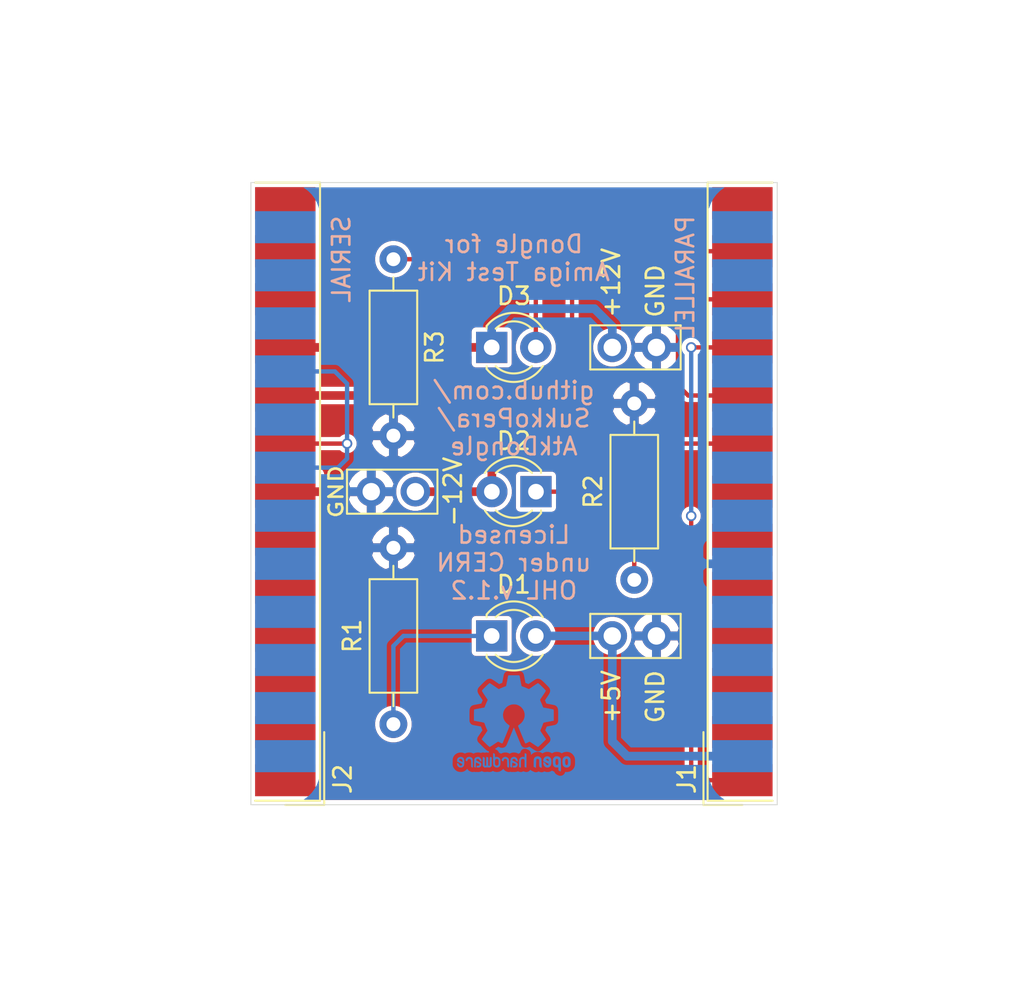
<source format=kicad_pcb>
(kicad_pcb (version 20171130) (host pcbnew 5.1.5)
  (layers (0 F.Cu signal) (31 B.Cu signal) (36 B.SilkS user) (37 F.SilkS user) (38 B.Mask user) (39 F.Mask user) (44 Edge.Cuts user))
  (net 0 "")
  (net 1 "Net-(D1-Pad1)")
  (net 2 "Net-(D2-Pad1)")
  (net 3 "Net-(D3-Pad2)")
  (net 4 "Net-(J1-Pad1)")
  (net 5 "Net-(J1-Pad2)")
  (net 6 "Net-(J1-Pad4)")
  (net 7 "Net-(J1-Pad6)")
  (net 8 "Net-(J1-Pad12)")
  (net 9 "Net-(J1-Pad11)")
  (net 10 "Net-(J2-Pad2)")
  (net 11 "Net-(J2-Pad4)")
  (net 12 "Net-(J2-Pad20)")
  (net 13 +5V)
  (net 14 +12V)
  (net 15 -12V)
  (net 16 GND)
  (module AtkDongle:PinHeader_1x02_P2.54mm_Vertical (layer F.Cu) (at 124.9978 112.831 270)
    (fp_text reference P1 hide)
    (fp_text value +5V)
    (fp_line (start -1.27 -1.397) (end 1.27 -1.397) (layer F.SilkS) (width 0.12))
    (fp_line (start 1.27 -1.397) (end 1.27 3.81) (layer F.SilkS) (width 0.12))
    (fp_line (start -1.27 -1.397) (end -1.27 3.81) (layer F.SilkS) (width 0.12))
    (fp_line (start -1.27 3.81) (end 1.27 3.81) (layer F.SilkS) (width 0.12))
    (pad 2 thru_hole oval (at 0 2.54 270) (size 1.7 1.7) (drill 1) (layers *.Cu *.Mask) (net 13 +5V))
    (pad 1 thru_hole circle (at 0 0 315) (size 1.7 1.7) (drill 1) (layers *.Cu *.Mask) (net 16 GND))
  )
  (module AtkDongle:PinHeader_1x02_P2.54mm_Vertical (layer F.Cu) (at 108.580599 104.521 90)
    (fp_text reference P2 hide)
    (fp_text value +12V)
    (fp_line (start -1.27 -1.397) (end 1.27 -1.397) (layer F.SilkS) (width 0.12))
    (fp_line (start 1.27 -1.397) (end 1.27 3.81) (layer F.SilkS) (width 0.12))
    (fp_line (start -1.27 -1.397) (end -1.27 3.81) (layer F.SilkS) (width 0.12))
    (fp_line (start -1.27 3.81) (end 1.27 3.81) (layer F.SilkS) (width 0.12))
    (pad 2 thru_hole oval (at 0 2.54 90) (size 1.7 1.7) (drill 1) (layers *.Cu *.Mask) (net 14 +12V))
    (pad 1 thru_hole circle (at 0 0 135) (size 1.7 1.7) (drill 1) (layers *.Cu *.Mask) (net 16 GND))
  )
  (module AtkDongle:PinHeader_1x02_P2.54mm_Vertical (layer F.Cu) (at 124.9978 96.211 270)
    (fp_text reference P3 hide)
    (fp_text value -12V)
    (fp_line (start -1.27 -1.397) (end 1.27 -1.397) (layer F.SilkS) (width 0.12))
    (fp_line (start 1.27 -1.397) (end 1.27 3.81) (layer F.SilkS) (width 0.12))
    (fp_line (start -1.27 -1.397) (end -1.27 3.81) (layer F.SilkS) (width 0.12))
    (fp_line (start -1.27 3.81) (end 1.27 3.81) (layer F.SilkS) (width 0.12))
    (pad 2 thru_hole oval (at 0 2.54 270) (size 1.7 1.7) (drill 1) (layers *.Cu *.Mask) (net 15 -12V))
    (pad 1 thru_hole circle (at 0 0 315) (size 1.7 1.7) (drill 1) (layers *.Cu *.Mask) (net 16 GND))
  )
  (module LED_THT:LED_D3.0mm (layer F.Cu) (at 115.5142 112.831)
    (fp_text reference D1 (at 1.275 -2.96) (layer F.SilkS))
    (fp_text value LED)
    (fp_arc (start 1.27 0) (end -0.29 -1.235516) (angle 108.8) (layer F.SilkS) (width 0.12))
    (fp_arc (start 1.27 0) (end -0.29 1.235516) (angle -108.8) (layer F.SilkS) (width 0.12))
    (fp_arc (start 1.27 0) (end 0.229039 -1.08) (angle 87.9) (layer F.SilkS) (width 0.12))
    (fp_arc (start 1.27 0) (end 0.229039 1.08) (angle -87.9) (layer F.SilkS) (width 0.12))
    (fp_line (start -0.29 -1.236) (end -0.29 -1.08) (layer F.SilkS) (width 0.12))
    (fp_line (start -0.29 1.08) (end -0.29 1.236) (layer F.SilkS) (width 0.12))
    (pad 1 thru_hole rect (at 0 0) (size 1.8 1.8) (drill 0.9) (layers *.Cu *.Mask) (net 1 "Net-(D1-Pad1)"))
    (pad 2 thru_hole circle (at 2.54 0) (size 1.8 1.8) (drill 0.9) (layers *.Cu *.Mask) (net 13 +5V))
  )
  (module LED_THT:LED_D3.0mm (layer F.Cu) (at 118.0642 104.521 180)
    (fp_text reference D2 (at 1.275 2.921) (layer F.SilkS))
    (fp_text value LED)
    (fp_line (start -0.29 1.08) (end -0.29 1.236) (layer F.SilkS) (width 0.12))
    (fp_line (start -0.29 -1.236) (end -0.29 -1.08) (layer F.SilkS) (width 0.12))
    (fp_arc (start 1.27 0) (end 0.229039 1.08) (angle -87.9) (layer F.SilkS) (width 0.12))
    (fp_arc (start 1.27 0) (end 0.229039 -1.08) (angle 87.9) (layer F.SilkS) (width 0.12))
    (fp_arc (start 1.27 0) (end -0.29 1.235516) (angle -108.8) (layer F.SilkS) (width 0.12))
    (fp_arc (start 1.27 0) (end -0.29 -1.235516) (angle 108.8) (layer F.SilkS) (width 0.12))
    (pad 2 thru_hole circle (at 2.54 0 180) (size 1.8 1.8) (drill 0.9) (layers *.Cu *.Mask) (net 14 +12V))
    (pad 1 thru_hole rect (at 0 0 180) (size 1.8 1.8) (drill 0.9) (layers *.Cu *.Mask) (net 2 "Net-(D2-Pad1)"))
  )
  (module LED_THT:LED_D3.0mm (layer F.Cu) (at 115.5142 96.211)
    (fp_text reference D3 (at 1.275 -2.96) (layer F.SilkS))
    (fp_text value LED)
    (fp_arc (start 1.27 0) (end -0.29 -1.235516) (angle 108.8) (layer F.SilkS) (width 0.12))
    (fp_arc (start 1.27 0) (end -0.29 1.235516) (angle -108.8) (layer F.SilkS) (width 0.12))
    (fp_arc (start 1.27 0) (end 0.229039 -1.08) (angle 87.9) (layer F.SilkS) (width 0.12))
    (fp_arc (start 1.27 0) (end 0.229039 1.08) (angle -87.9) (layer F.SilkS) (width 0.12))
    (fp_line (start -0.29 -1.236) (end -0.29 -1.08) (layer F.SilkS) (width 0.12))
    (fp_line (start -0.29 1.08) (end -0.29 1.236) (layer F.SilkS) (width 0.12))
    (pad 1 thru_hole rect (at 0 0) (size 1.8 1.8) (drill 0.9) (layers *.Cu *.Mask) (net 15 -12V))
    (pad 2 thru_hole circle (at 2.54 0) (size 1.8 1.8) (drill 0.9) (layers *.Cu *.Mask) (net 3 "Net-(D3-Pad2)"))
  )
  (module Connector_Dsub:DSUB-25_Male_EdgeMount_P2.77mm (layer F.Cu) (at 129.9464 104.521 90)
    (fp_text reference J1 (at -16.5525 -3.2004 270) (layer F.SilkS))
    (fp_text value PARALLEL_SIDE)
    (fp_line (start -18.043333 -2.24) (end -13.85 -2.24) (layer F.SilkS) (width 0.12))
    (fp_line (start -18.043333 0) (end -18.043333 -2.24) (layer F.SilkS) (width 0.12))
    (fp_line (start -17.803333 -2) (end -17.803333 1.74) (layer F.SilkS) (width 0.12))
    (fp_line (start 17.803333 -2) (end -17.803333 -2) (layer F.SilkS) (width 0.12))
    (fp_line (start 17.803333 1.74) (end 17.803333 -2) (layer F.SilkS) (width 0.12))
    (pad 25 smd rect (at 15.235 0 90) (size 1.846667 3.48) (layers B.Cu B.Paste B.Mask))
    (pad 24 smd rect (at 12.465 0 90) (size 1.846667 3.48) (layers B.Cu B.Paste B.Mask))
    (pad 23 smd rect (at 9.695 0 90) (size 1.846667 3.48) (layers B.Cu B.Paste B.Mask))
    (pad 22 smd rect (at 6.925 0 90) (size 1.846667 3.48) (layers B.Cu B.Paste B.Mask))
    (pad 21 smd rect (at 4.155 0 90) (size 1.846667 3.48) (layers B.Cu B.Paste B.Mask))
    (pad 20 smd rect (at 1.385 0 90) (size 1.846667 3.48) (layers B.Cu B.Paste B.Mask))
    (pad 19 smd rect (at -1.385 0 90) (size 1.846667 3.48) (layers B.Cu B.Paste B.Mask))
    (pad 18 smd rect (at -4.155 0 90) (size 1.846667 3.48) (layers B.Cu B.Paste B.Mask) (net 16 GND))
    (pad 17 smd rect (at -6.925 0 90) (size 1.846667 3.48) (layers B.Cu B.Paste B.Mask))
    (pad 16 smd rect (at -9.695 0 90) (size 1.846667 3.48) (layers B.Cu B.Paste B.Mask))
    (pad 15 smd rect (at -12.465 0 90) (size 1.846667 3.48) (layers B.Cu B.Paste B.Mask))
    (pad 14 smd rect (at -15.235 0 90) (size 1.846667 3.48) (layers B.Cu B.Paste B.Mask) (net 13 +5V))
    (pad 13 smd rect (at 16.62 0 90) (size 1.846667 3.48) (layers F.Cu F.Paste F.Mask) (net 8 "Net-(J1-Pad12)"))
    (pad 12 smd rect (at 13.85 0 90) (size 1.846667 3.48) (layers F.Cu F.Paste F.Mask) (net 8 "Net-(J1-Pad12)"))
    (pad 11 smd rect (at 11.08 0 90) (size 1.846667 3.48) (layers F.Cu F.Paste F.Mask) (net 9 "Net-(J1-Pad11)"))
    (pad 10 smd rect (at 8.31 0 90) (size 1.846667 3.48) (layers F.Cu F.Paste F.Mask) (net 4 "Net-(J1-Pad1)"))
    (pad 9 smd rect (at 5.54 0 90) (size 1.846667 3.48) (layers F.Cu F.Paste F.Mask) (net 9 "Net-(J1-Pad11)"))
    (pad 8 smd rect (at 2.77 0 90) (size 1.846667 3.48) (layers F.Cu F.Paste F.Mask) (net 8 "Net-(J1-Pad12)"))
    (pad 7 smd rect (at 0 0 90) (size 1.846667 3.48) (layers F.Cu F.Paste F.Mask) (net 7 "Net-(J1-Pad6)"))
    (pad 6 smd rect (at -2.77 0 90) (size 1.846667 3.48) (layers F.Cu F.Paste F.Mask) (net 7 "Net-(J1-Pad6)"))
    (pad 5 smd rect (at -5.54 0 90) (size 1.846667 3.48) (layers F.Cu F.Paste F.Mask) (net 6 "Net-(J1-Pad4)"))
    (pad 4 smd rect (at -8.31 0 90) (size 1.846667 3.48) (layers F.Cu F.Paste F.Mask) (net 6 "Net-(J1-Pad4)"))
    (pad 3 smd rect (at -11.08 0 90) (size 1.846667 3.48) (layers F.Cu F.Paste F.Mask) (net 5 "Net-(J1-Pad2)"))
    (pad 2 smd rect (at -13.85 0 90) (size 1.846667 3.48) (layers F.Cu F.Paste F.Mask) (net 5 "Net-(J1-Pad2)"))
    (pad 1 smd rect (at -16.62 0 90) (size 1.846667 3.48) (layers F.Cu F.Paste F.Mask) (net 4 "Net-(J1-Pad1)"))
  )
  (module Connector_Dsub:DSUB-25_Female_EdgeMount_P2.77mm (layer F.Cu) (at 103.632 104.521 270)
    (fp_text reference J2 (at 16.5525 -3.302 270) (layer F.SilkS))
    (fp_text value SERIAL_SIDE)
    (fp_line (start 17.803333 1.74) (end 17.803333 -2) (layer F.SilkS) (width 0.12))
    (fp_line (start 17.803333 -2) (end -17.803333 -2) (layer F.SilkS) (width 0.12))
    (fp_line (start -17.803333 -2) (end -17.803333 1.74) (layer F.SilkS) (width 0.12))
    (fp_line (start 18.043333 0) (end 18.043333 -2.24) (layer F.SilkS) (width 0.12))
    (fp_line (start 18.043333 -2.24) (end 13.85 -2.24) (layer F.SilkS) (width 0.12))
    (pad 1 smd rect (at 16.62 0 270) (size 1.846667 3.48) (layers F.Cu F.Paste F.Mask))
    (pad 2 smd rect (at 13.85 0 270) (size 1.846667 3.48) (layers F.Cu F.Paste F.Mask) (net 10 "Net-(J2-Pad2)"))
    (pad 3 smd rect (at 11.08 0 270) (size 1.846667 3.48) (layers F.Cu F.Paste F.Mask) (net 10 "Net-(J2-Pad2)"))
    (pad 4 smd rect (at 8.31 0 270) (size 1.846667 3.48) (layers F.Cu F.Paste F.Mask) (net 11 "Net-(J2-Pad4)"))
    (pad 5 smd rect (at 5.54 0 270) (size 1.846667 3.48) (layers F.Cu F.Paste F.Mask) (net 11 "Net-(J2-Pad4)"))
    (pad 6 smd rect (at 2.77 0 270) (size 1.846667 3.48) (layers F.Cu F.Paste F.Mask) (net 11 "Net-(J2-Pad4)"))
    (pad 7 smd rect (at 0 0 270) (size 1.846667 3.48) (layers F.Cu F.Paste F.Mask) (net 16 GND))
    (pad 8 smd rect (at -2.77 0 270) (size 1.846667 3.48) (layers F.Cu F.Paste F.Mask) (net 12 "Net-(J2-Pad20)"))
    (pad 9 smd rect (at -5.54 0 270) (size 1.846667 3.48) (layers F.Cu F.Paste F.Mask) (net 14 +12V))
    (pad 10 smd rect (at -8.31 0 270) (size 1.846667 3.48) (layers F.Cu F.Paste F.Mask) (net 15 -12V))
    (pad 11 smd rect (at -11.08 0 270) (size 1.846667 3.48) (layers F.Cu F.Paste F.Mask))
    (pad 12 smd rect (at -13.85 0 270) (size 1.846667 3.48) (layers F.Cu F.Paste F.Mask))
    (pad 13 smd rect (at -16.62 0 270) (size 1.846667 3.48) (layers F.Cu F.Paste F.Mask))
    (pad 14 smd rect (at 15.235 0 270) (size 1.846667 3.48) (layers B.Cu B.Paste B.Mask))
    (pad 15 smd rect (at 12.465 0 270) (size 1.846667 3.48) (layers B.Cu B.Paste B.Mask))
    (pad 16 smd rect (at 9.695 0 270) (size 1.846667 3.48) (layers B.Cu B.Paste B.Mask))
    (pad 17 smd rect (at 6.925 0 270) (size 1.846667 3.48) (layers B.Cu B.Paste B.Mask))
    (pad 18 smd rect (at 4.155 0 270) (size 1.846667 3.48) (layers B.Cu B.Paste B.Mask))
    (pad 19 smd rect (at 1.385 0 270) (size 1.846667 3.48) (layers B.Cu B.Paste B.Mask))
    (pad 20 smd rect (at -1.385 0 270) (size 1.846667 3.48) (layers B.Cu B.Paste B.Mask) (net 12 "Net-(J2-Pad20)"))
    (pad 21 smd rect (at -4.155 0 270) (size 1.846667 3.48) (layers B.Cu B.Paste B.Mask))
    (pad 22 smd rect (at -6.925 0 270) (size 1.846667 3.48) (layers B.Cu B.Paste B.Mask) (net 12 "Net-(J2-Pad20)"))
    (pad 23 smd rect (at -9.695 0 270) (size 1.846667 3.48) (layers B.Cu B.Paste B.Mask))
    (pad 24 smd rect (at -12.465 0 270) (size 1.846667 3.48) (layers B.Cu B.Paste B.Mask))
    (pad 25 smd rect (at -15.235 0 270) (size 1.846667 3.48) (layers B.Cu B.Paste B.Mask))
  )
  (module Resistor_THT:R_Axial_DIN0207_L6.3mm_D2.5mm_P10.16mm_Horizontal (layer F.Cu) (at 109.855599 117.911 90)
    (fp_text reference R1 (at 5.08 -2.37 90) (layer F.SilkS))
    (fp_text value 220)
    (fp_line (start 1.81 -1.37) (end 1.81 1.37) (layer F.SilkS) (width 0.12))
    (fp_line (start 1.81 1.37) (end 8.35 1.37) (layer F.SilkS) (width 0.12))
    (fp_line (start 8.35 1.37) (end 8.35 -1.37) (layer F.SilkS) (width 0.12))
    (fp_line (start 8.35 -1.37) (end 1.81 -1.37) (layer F.SilkS) (width 0.12))
    (fp_line (start 1.04 0) (end 1.81 0) (layer F.SilkS) (width 0.12))
    (fp_line (start 9.12 0) (end 8.35 0) (layer F.SilkS) (width 0.12))
    (pad 1 thru_hole circle (at 0 0 90) (size 1.6 1.6) (drill 0.8) (layers *.Cu *.Mask) (net 1 "Net-(D1-Pad1)"))
    (pad 2 thru_hole oval (at 10.16 0 90) (size 1.6 1.6) (drill 0.8) (layers *.Cu *.Mask) (net 16 GND))
  )
  (module Resistor_THT:R_Axial_DIN0207_L6.3mm_D2.5mm_P10.16mm_Horizontal (layer F.Cu) (at 123.7228 109.601 90)
    (fp_text reference R2 (at 5.08 -2.37 90) (layer F.SilkS))
    (fp_text value 1k)
    (fp_line (start 9.12 0) (end 8.35 0) (layer F.SilkS) (width 0.12))
    (fp_line (start 1.04 0) (end 1.81 0) (layer F.SilkS) (width 0.12))
    (fp_line (start 8.35 -1.37) (end 1.81 -1.37) (layer F.SilkS) (width 0.12))
    (fp_line (start 8.35 1.37) (end 8.35 -1.37) (layer F.SilkS) (width 0.12))
    (fp_line (start 1.81 1.37) (end 8.35 1.37) (layer F.SilkS) (width 0.12))
    (fp_line (start 1.81 -1.37) (end 1.81 1.37) (layer F.SilkS) (width 0.12))
    (pad 2 thru_hole oval (at 10.16 0 90) (size 1.6 1.6) (drill 0.8) (layers *.Cu *.Mask) (net 16 GND))
    (pad 1 thru_hole circle (at 0 0 90) (size 1.6 1.6) (drill 0.8) (layers *.Cu *.Mask) (net 2 "Net-(D2-Pad1)"))
  )
  (module Resistor_THT:R_Axial_DIN0207_L6.3mm_D2.5mm_P10.16mm_Horizontal (layer F.Cu) (at 109.855599 91.131 270)
    (fp_text reference R3 (at 5.08 -2.37 90) (layer F.SilkS))
    (fp_text value 1k)
    (fp_line (start 1.81 -1.37) (end 1.81 1.37) (layer F.SilkS) (width 0.12))
    (fp_line (start 1.81 1.37) (end 8.35 1.37) (layer F.SilkS) (width 0.12))
    (fp_line (start 8.35 1.37) (end 8.35 -1.37) (layer F.SilkS) (width 0.12))
    (fp_line (start 8.35 -1.37) (end 1.81 -1.37) (layer F.SilkS) (width 0.12))
    (fp_line (start 1.04 0) (end 1.81 0) (layer F.SilkS) (width 0.12))
    (fp_line (start 9.12 0) (end 8.35 0) (layer F.SilkS) (width 0.12))
    (pad 1 thru_hole circle (at 0 0 270) (size 1.6 1.6) (drill 0.8) (layers *.Cu *.Mask) (net 3 "Net-(D3-Pad2)"))
    (pad 2 thru_hole oval (at 10.16 0 270) (size 1.6 1.6) (drill 0.8) (layers *.Cu *.Mask) (net 16 GND))
  )
  (module Symbol:OSHW-Logo2_7.3x6mm_Copper (layer B.Cu) (at 116.7892 117.856 180)
    (fp_text reference J99 hide)
    (fp_text value OSHW_LOGO hide)
    (fp_poly (pts (xy -2.400256 -1.919918) (xy -2.344799 -1.947568) (xy -2.295852 -1.99848) (xy -2.282371 -2.017338) (xy -2.267686 -2.042015) (xy -2.258158 -2.068816) (xy -2.252707 -2.104587) (xy -2.250253 -2.156169) (xy -2.249714 -2.224267) (xy -2.252148 -2.317588) (xy -2.260606 -2.387657) (xy -2.276826 -2.439931) (xy -2.302546 -2.479869) (xy -2.339503 -2.512929) (xy -2.342218 -2.514886) (xy -2.37864 -2.534908) (xy -2.422498 -2.544815) (xy -2.478276 -2.547257) (xy -2.568952 -2.547257) (xy -2.56899 -2.635283) (xy -2.569834 -2.684308) (xy -2.574976 -2.713065) (xy -2.588413 -2.730311) (xy -2.614142 -2.744808) (xy -2.620321 -2.747769) (xy -2.649236 -2.761648) (xy -2.671624 -2.770414) (xy -2.688271 -2.771171) (xy -2.699964 -2.761023) (xy -2.70749 -2.737073) (xy -2.711634 -2.696426) (xy -2.713185 -2.636186) (xy -2.712929 -2.553455) (xy -2.711651 -2.445339) (xy -2.711252 -2.413) (xy -2.709815 -2.301524) (xy -2.708528 -2.228603) (xy -2.569029 -2.228603) (xy -2.568245 -2.290499) (xy -2.56476 -2.330997) (xy -2.556876 -2.357708) (xy -2.542895 -2.378244) (xy -2.533403 -2.38826) (xy -2.494596 -2.417567) (xy -2.460237 -2.419952) (xy -2.424784 -2.39575) (xy -2.423886 -2.394857) (xy -2.409461 -2.376153) (xy -2.400687 -2.350732) (xy -2.396261 -2.311584) (xy -2.394882 -2.251697) (xy -2.394857 -2.23843) (xy -2.398188 -2.155901) (xy -2.409031 -2.098691) (xy -2.42866 -2.063766) (xy -2.45835 -2.048094) (xy -2.475509 -2.046514) (xy -2.516234 -2.053926) (xy -2.544168 -2.07833) (xy -2.560983 -2.12298) (xy -2.56835 -2.19113) (xy -2.569029 -2.228603) (xy -2.708528 -2.228603) (xy -2.708292 -2.215245) (xy -2.706323 -2.150333) (xy -2.70355 -2.102958) (xy -2.699612 -2.06929) (xy -2.694151 -2.045498) (xy -2.686808 -2.027753) (xy -2.677223 -2.012224) (xy -2.673113 -2.006381) (xy -2.618595 -1.951185) (xy -2.549664 -1.91989) (xy -2.469928 -1.911165) (xy -2.400256 -1.919918)) (layer B.Cu) (width 0.01))
    (fp_poly (pts (xy -1.283907 -1.92778) (xy -1.237328 -1.954723) (xy -1.204943 -1.981466) (xy -1.181258 -2.009484) (xy -1.164941 -2.043748) (xy -1.154661 -2.089227) (xy -1.149086 -2.150892) (xy -1.146884 -2.233711) (xy -1.146629 -2.293246) (xy -1.146629 -2.512391) (xy -1.208314 -2.540044) (xy -1.27 -2.567697) (xy -1.277257 -2.32767) (xy -1.280256 -2.238028) (xy -1.283402 -2.172962) (xy -1.287299 -2.128026) (xy -1.292553 -2.09877) (xy -1.299769 -2.080748) (xy -1.30955 -2.069511) (xy -1.312688 -2.067079) (xy -1.360239 -2.048083) (xy -1.408303 -2.0556) (xy -1.436914 -2.075543) (xy -1.448553 -2.089675) (xy -1.456609 -2.10822) (xy -1.461729 -2.136334) (xy -1.464559 -2.179173) (xy -1.465744 -2.241895) (xy -1.465943 -2.307261) (xy -1.465982 -2.389268) (xy -1.467386 -2.447316) (xy -1.472086 -2.486465) (xy -1.482013 -2.51178) (xy -1.499097 -2.528323) (xy -1.525268 -2.541156) (xy -1.560225 -2.554491) (xy -1.598404 -2.569007) (xy -1.593859 -2.311389) (xy -1.592029 -2.218519) (xy -1.589888 -2.149889) (xy -1.586819 -2.100711) (xy -1.582206 -2.066198) (xy -1.575432 -2.041562) (xy -1.565881 -2.022016) (xy -1.554366 -2.00477) (xy -1.49881 -1.94968) (xy -1.43102 -1.917822) (xy -1.357287 -1.910191) (xy -1.283907 -1.92778)) (layer B.Cu) (width 0.01))
    (fp_poly (pts (xy -2.958885 -1.921962) (xy -2.890855 -1.957733) (xy -2.840649 -2.015301) (xy -2.822815 -2.052312) (xy -2.808937 -2.107882) (xy -2.801833 -2.178096) (xy -2.80116 -2.254727) (xy -2.806573 -2.329552) (xy -2.81773 -2.394342) (xy -2.834286 -2.440873) (xy -2.839374 -2.448887) (xy -2.899645 -2.508707) (xy -2.971231 -2.544535) (xy -3.048908 -2.55502) (xy -3.127452 -2.53881) (xy -3.149311 -2.529092) (xy -3.191878 -2.499143) (xy -3.229237 -2.459433) (xy -3.232768 -2.454397) (xy -3.247119 -2.430124) (xy -3.256606 -2.404178) (xy -3.26221 -2.370022) (xy -3.264914 -2.321119) (xy -3.265701 -2.250935) (xy -3.265714 -2.2352) (xy -3.265678 -2.230192) (xy -3.120571 -2.230192) (xy -3.119727 -2.29643) (xy -3.116404 -2.340386) (xy -3.109417 -2.368779) (xy -3.097584 -2.388325) (xy -3.091543 -2.394857) (xy -3.056814 -2.41968) (xy -3.023097 -2.418548) (xy -2.989005 -2.397016) (xy -2.968671 -2.374029) (xy -2.956629 -2.340478) (xy -2.949866 -2.287569) (xy -2.949402 -2.281399) (xy -2.948248 -2.185513) (xy -2.960312 -2.114299) (xy -2.98543 -2.068194) (xy -3.02344 -2.047635) (xy -3.037008 -2.046514) (xy -3.072636 -2.052152) (xy -3.097006 -2.071686) (xy -3.111907 -2.109042) (xy -3.119125 -2.16815) (xy -3.120571 -2.230192) (xy -3.265678 -2.230192) (xy -3.265174 -2.160413) (xy -3.262904 -2.108159) (xy -3.257932 -2.071949) (xy -3.249287 -2.045299) (xy -3.235995 -2.021722) (xy -3.233057 -2.017338) (xy -3.183687 -1.958249) (xy -3.129891 -1.923947) (xy -3.064398 -1.910331) (xy -3.042158 -1.909665) (xy -2.958885 -1.921962)) (layer B.Cu) (width 0.01))
    (fp_poly (pts (xy -1.831697 -1.931239) (xy -1.774473 -1.969735) (xy -1.730251 -2.025335) (xy -1.703833 -2.096086) (xy -1.69849 -2.148162) (xy -1.699097 -2.169893) (xy -1.704178 -2.186531) (xy -1.718145 -2.201437) (xy -1.745411 -2.217973) (xy -1.790388 -2.239498) (xy -1.857489 -2.269374) (xy -1.857829 -2.269524) (xy -1.919593 -2.297813) (xy -1.970241 -2.322933) (xy -2.004596 -2.342179) (xy -2.017482 -2.352848) (xy -2.017486 -2.352934) (xy -2.006128 -2.376166) (xy -1.979569 -2.401774) (xy -1.949077 -2.420221) (xy -1.93363 -2.423886) (xy -1.891485 -2.411212) (xy -1.855192 -2.379471) (xy -1.837483 -2.344572) (xy -1.820448 -2.318845) (xy -1.787078 -2.289546) (xy -1.747851 -2.264235) (xy -1.713244 -2.250471) (xy -1.706007 -2.249714) (xy -1.697861 -2.26216) (xy -1.69737 -2.293972) (xy -1.703357 -2.336866) (xy -1.714643 -2.382558) (xy -1.73005 -2.422761) (xy -1.730829 -2.424322) (xy -1.777196 -2.489062) (xy -1.837289 -2.533097) (xy -1.905535 -2.554711) (xy -1.976362 -2.552185) (xy -2.044196 -2.523804) (xy -2.047212 -2.521808) (xy -2.100573 -2.473448) (xy -2.13566 -2.410352) (xy -2.155078 -2.327387) (xy -2.157684 -2.304078) (xy -2.162299 -2.194055) (xy -2.156767 -2.142748) (xy -2.017486 -2.142748) (xy -2.015676 -2.174753) (xy -2.005778 -2.184093) (xy -1.981102 -2.177105) (xy -1.942205 -2.160587) (xy -1.898725 -2.139881) (xy -1.897644 -2.139333) (xy -1.860791 -2.119949) (xy -1.846 -2.107013) (xy -1.849647 -2.093451) (xy -1.865005 -2.075632) (xy -1.904077 -2.049845) (xy -1.946154 -2.04795) (xy -1.983897 -2.066717) (xy -2.009966 -2.102915) (xy -2.017486 -2.142748) (xy -2.156767 -2.142748) (xy -2.152806 -2.106027) (xy -2.12845 -2.036212) (xy -2.094544 -1.987302) (xy -2.033347 -1.937878) (xy -1.965937 -1.913359) (xy -1.89712 -1.911797) (xy -1.831697 -1.931239)) (layer B.Cu) (width 0.01))
    (fp_poly (pts (xy -0.624114 -1.851289) (xy -0.619861 -1.910613) (xy -0.614975 -1.945572) (xy -0.608205 -1.96082) (xy -0.598298 -1.961015) (xy -0.595086 -1.959195) (xy -0.552356 -1.946015) (xy -0.496773 -1.946785) (xy -0.440263 -1.960333) (xy -0.404918 -1.977861) (xy -0.368679 -2.005861) (xy -0.342187 -2.037549) (xy -0.324001 -2.077813) (xy -0.312678 -2.131543) (xy -0.306778 -2.203626) (xy -0.304857 -2.298951) (xy -0.304823 -2.317237) (xy -0.3048 -2.522646) (xy -0.350509 -2.53858) (xy -0.382973 -2.54942) (xy -0.400785 -2.554468) (xy -0.401309 -2.554514) (xy -0.403063 -2.540828) (xy -0.404556 -2.503076) (xy -0.405674 -2.446224) (xy -0.406303 -2.375234) (xy -0.4064 -2.332073) (xy -0.406602 -2.246973) (xy -0.407642 -2.185981) (xy -0.410169 -2.144177) (xy -0.414836 -2.116642) (xy -0.422293 -2.098456) (xy -0.433189 -2.084698) (xy -0.439993 -2.078073) (xy -0.486728 -2.051375) (xy -0.537728 -2.049375) (xy -0.583999 -2.071955) (xy -0.592556 -2.080107) (xy -0.605107 -2.095436) (xy -0.613812 -2.113618) (xy -0.619369 -2.139909) (xy -0.622474 -2.179562) (xy -0.623824 -2.237832) (xy -0.624114 -2.318173) (xy -0.624114 -2.522646) (xy -0.669823 -2.53858) (xy -0.702287 -2.54942) (xy -0.720099 -2.554468) (xy -0.720623 -2.554514) (xy -0.721963 -2.540623) (xy -0.723172 -2.501439) (xy -0.724199 -2.4407) (xy -0.724998 -2.362141) (xy -0.725519 -2.269498) (xy -0.725714 -2.166509) (xy -0.725714 -1.769342) (xy -0.678543 -1.749444) (xy -0.631371 -1.729547) (xy -0.624114 -1.851289)) (layer B.Cu) (width 0.01))
    (fp_poly (pts (xy 0.039744 -1.950968) (xy 0.096616 -1.972087) (xy 0.097267 -1.972493) (xy 0.13244 -1.99838) (xy 0.158407 -2.028633) (xy 0.17667 -2.068058) (xy 0.188732 -2.121462) (xy 0.196096 -2.193651) (xy 0.200264 -2.289432) (xy 0.200629 -2.303078) (xy 0.205876 -2.508842) (xy 0.161716 -2.531678) (xy 0.129763 -2.54711) (xy 0.11047 -2.554423) (xy 0.109578 -2.554514) (xy 0.106239 -2.541022) (xy 0.103587 -2.504626) (xy 0.101956 -2.451452) (xy 0.1016 -2.408393) (xy 0.101592 -2.338641) (xy 0.098403 -2.294837) (xy 0.087288 -2.273944) (xy 0.063501 -2.272925) (xy 0.022296 -2.288741) (xy -0.039914 -2.317815) (xy -0.085659 -2.341963) (xy -0.109187 -2.362913) (xy -0.116104 -2.385747) (xy -0.116114 -2.386877) (xy -0.104701 -2.426212) (xy -0.070908 -2.447462) (xy -0.019191 -2.450539) (xy 0.018061 -2.450006) (xy 0.037703 -2.460735) (xy 0.049952 -2.486505) (xy 0.057002 -2.519337) (xy 0.046842 -2.537966) (xy 0.043017 -2.540632) (xy 0.007001 -2.55134) (xy -0.043434 -2.552856) (xy -0.095374 -2.545759) (xy -0.132178 -2.532788) (xy -0.183062 -2.489585) (xy -0.211986 -2.429446) (xy -0.217714 -2.382462) (xy -0.213343 -2.340082) (xy -0.197525 -2.305488) (xy -0.166203 -2.274763) (xy -0.115322 -2.24399) (xy -0.040824 -2.209252) (xy -0.036286 -2.207288) (xy 0.030821 -2.176287) (xy 0.072232 -2.150862) (xy 0.089981 -2.128014) (xy 0.086107 -2.104745) (xy 0.062643 -2.078056) (xy 0.055627 -2.071914) (xy 0.00863 -2.0481) (xy -0.040067 -2.049103) (xy -0.082478 -2.072451) (xy -0.110616 -2.115675) (xy -0.113231 -2.12416) (xy -0.138692 -2.165308) (xy -0.170999 -2.185128) (xy -0.217714 -2.20477) (xy -0.217714 -2.15395) (xy -0.203504 -2.080082) (xy -0.161325 -2.012327) (xy -0.139376 -1.989661) (xy -0.089483 -1.960569) (xy -0.026033 -1.9474) (xy 0.039744 -1.950968)) (layer B.Cu) (width 0.01))
    (fp_poly (pts (xy 0.529926 -1.949755) (xy 0.595858 -1.974084) (xy 0.649273 -2.017117) (xy 0.670164 -2.047409) (xy 0.692939 -2.102994) (xy 0.692466 -2.143186) (xy 0.668562 -2.170217) (xy 0.659717 -2.174813) (xy 0.62153 -2.189144) (xy 0.602028 -2.185472) (xy 0.595422 -2.161407) (xy 0.595086 -2.148114) (xy 0.582992 -2.09921) (xy 0.551471 -2.064999) (xy 0.507659 -2.048476) (xy 0.458695 -2.052634) (xy 0.418894 -2.074227) (xy 0.40545 -2.086544) (xy 0.395921 -2.101487) (xy 0.389485 -2.124075) (xy 0.385317 -2.159328) (xy 0.382597 -2.212266) (xy 0.380502 -2.287907) (xy 0.37996 -2.311857) (xy 0.377981 -2.39379) (xy 0.375731 -2.451455) (xy 0.372357 -2.489608) (xy 0.367006 -2.513004) (xy 0.358824 -2.526398) (xy 0.346959 -2.534545) (xy 0.339362 -2.538144) (xy 0.307102 -2.550452) (xy 0.288111 -2.554514) (xy 0.281836 -2.540948) (xy 0.278006 -2.499934) (xy 0.2766 -2.430999) (xy 0.277598 -2.333669) (xy 0.277908 -2.318657) (xy 0.280101 -2.229859) (xy 0.282693 -2.165019) (xy 0.286382 -2.119067) (xy 0.291864 -2.086935) (xy 0.299835 -2.063553) (xy 0.310993 -2.043852) (xy 0.31683 -2.03541) (xy 0.350296 -1.998057) (xy 0.387727 -1.969003) (xy 0.392309 -1.966467) (xy 0.459426 -1.946443) (xy 0.529926 -1.949755)) (layer B.Cu) (width 0.01))
    (fp_poly (pts (xy 1.190117 -2.065358) (xy 1.189933 -2.173837) (xy 1.189219 -2.257287) (xy 1.187675 -2.319704) (xy 1.185001 -2.365085) (xy 1.180894 -2.397429) (xy 1.175055 -2.420733) (xy 1.167182 -2.438995) (xy 1.161221 -2.449418) (xy 1.111855 -2.505945) (xy 1.049264 -2.541377) (xy 0.980013 -2.55409) (xy 0.910668 -2.542463) (xy 0.869375 -2.521568) (xy 0.826025 -2.485422) (xy 0.796481 -2.441276) (xy 0.778655 -2.383462) (xy 0.770463 -2.306313) (xy 0.769302 -2.249714) (xy 0.769458 -2.245647) (xy 0.870857 -2.245647) (xy 0.871476 -2.31055) (xy 0.874314 -2.353514) (xy 0.88084 -2.381622) (xy 0.892523 -2.401953) (xy 0.906483 -2.417288) (xy 0.953365 -2.44689) (xy 1.003701 -2.449419) (xy 1.051276 -2.424705) (xy 1.054979 -2.421356) (xy 1.070783 -2.403935) (xy 1.080693 -2.383209) (xy 1.086058 -2.352362) (xy 1.088228 -2.304577) (xy 1.088571 -2.251748) (xy 1.087827 -2.185381) (xy 1.084748 -2.141106) (xy 1.078061 -2.112009) (xy 1.066496 -2.091173) (xy 1.057013 -2.080107) (xy 1.01296 -2.052198) (xy 0.962224 -2.048843) (xy 0.913796 -2.070159) (xy 0.90445 -2.078073) (xy 0.88854 -2.095647) (xy 0.87861 -2.116587) (xy 0.873278 -2.147782) (xy 0.871163 -2.196122) (xy 0.870857 -2.245647) (xy 0.769458 -2.245647) (xy 0.77281 -2.158568) (xy 0.784726 -2.090086) (xy 0.807135 -2.0386) (xy 0.842124 -1.998443) (xy 0.869375 -1.977861) (xy 0.918907 -1.955625) (xy 0.976316 -1.945304) (xy 1.029682 -1.948067) (xy 1.059543 -1.959212) (xy 1.071261 -1.962383) (xy 1.079037 -1.950557) (xy 1.084465 -1.918866) (xy 1.088571 -1.870593) (xy 1.093067 -1.816829) (xy 1.099313 -1.784482) (xy 1.110676 -1.765985) (xy 1.130528 -1.75377) (xy 1.143 -1.748362) (xy 1.190171 -1.728601) (xy 1.190117 -2.065358)) (layer B.Cu) (width 0.01))
    (fp_poly (pts (xy 1.779833 -1.958663) (xy 1.782048 -1.99685) (xy 1.783784 -2.054886) (xy 1.784899 -2.12818) (xy 1.785257 -2.205055) (xy 1.785257 -2.465196) (xy 1.739326 -2.511127) (xy 1.707675 -2.539429) (xy 1.67989 -2.550893) (xy 1.641915 -2.550168) (xy 1.62684 -2.548321) (xy 1.579726 -2.542948) (xy 1.540756 -2.539869) (xy 1.531257 -2.539585) (xy 1.499233 -2.541445) (xy 1.453432 -2.546114) (xy 1.435674 -2.548321) (xy 1.392057 -2.551735) (xy 1.362745 -2.54432) (xy 1.33368 -2.521427) (xy 1.323188 -2.511127) (xy 1.277257 -2.465196) (xy 1.277257 -1.978602) (xy 1.314226 -1.961758) (xy 1.346059 -1.949282) (xy 1.364683 -1.944914) (xy 1.369458 -1.958718) (xy 1.373921 -1.997286) (xy 1.377775 -2.056356) (xy 1.380722 -2.131663) (xy 1.382143 -2.195286) (xy 1.386114 -2.445657) (xy 1.420759 -2.450556) (xy 1.452268 -2.447131) (xy 1.467708 -2.436041) (xy 1.472023 -2.415308) (xy 1.475708 -2.371145) (xy 1.478469 -2.309146) (xy 1.480012 -2.234909) (xy 1.480235 -2.196706) (xy 1.480457 -1.976783) (xy 1.526166 -1.960849) (xy 1.558518 -1.950015) (xy 1.576115 -1.944962) (xy 1.576623 -1.944914) (xy 1.578388 -1.958648) (xy 1.580329 -1.99673) (xy 1.582282 -2.054482) (xy 1.584084 -2.127227) (xy 1.585343 -2.195286) (xy 1.589314 -2.445657) (xy 1.6764 -2.445657) (xy 1.680396 -2.21724) (xy 1.684392 -1.988822) (xy 1.726847 -1.966868) (xy 1.758192 -1.951793) (xy 1.776744 -1.944951) (xy 1.777279 -1.944914) (xy 1.779833 -1.958663)) (layer B.Cu) (width 0.01))
    (fp_poly (pts (xy 2.144876 -1.956335) (xy 2.186667 -1.975344) (xy 2.219469 -1.998378) (xy 2.243503 -2.024133) (xy 2.260097 -2.057358) (xy 2.270577 -2.1028) (xy 2.276271 -2.165207) (xy 2.278507 -2.249327) (xy 2.278743 -2.304721) (xy 2.278743 -2.520826) (xy 2.241774 -2.53767) (xy 2.212656 -2.549981) (xy 2.198231 -2.554514) (xy 2.195472 -2.541025) (xy 2.193282 -2.504653) (xy 2.191942 -2.451542) (xy 2.191657 -2.409372) (xy 2.190434 -2.348447) (xy 2.187136 -2.300115) (xy 2.182321 -2.270518) (xy 2.178496 -2.264229) (xy 2.152783 -2.270652) (xy 2.112418 -2.287125) (xy 2.065679 -2.309458) (xy 2.020845 -2.333457) (xy 1.986193 -2.35493) (xy 1.970002 -2.369685) (xy 1.969938 -2.369845) (xy 1.97133 -2.397152) (xy 1.983818 -2.423219) (xy 2.005743 -2.444392) (xy 2.037743 -2.451474) (xy 2.065092 -2.450649) (xy 2.103826 -2.450042) (xy 2.124158 -2.459116) (xy 2.136369 -2.483092) (xy 2.137909 -2.487613) (xy 2.143203 -2.521806) (xy 2.129047 -2.542568) (xy 2.092148 -2.552462) (xy 2.052289 -2.554292) (xy 1.980562 -2.540727) (xy 1.943432 -2.521355) (xy 1.897576 -2.475845) (xy 1.873256 -2.419983) (xy 1.871073 -2.360957) (xy 1.891629 -2.305953) (xy 1.922549 -2.271486) (xy 1.95342 -2.252189) (xy 2.001942 -2.227759) (xy 2.058485 -2.202985) (xy 2.06791 -2.199199) (xy 2.130019 -2.171791) (xy 2.165822 -2.147634) (xy 2.177337 -2.123619) (xy 2.16658 -2.096635) (xy 2.148114 -2.075543) (xy 2.104469 -2.049572) (xy 2.056446 -2.047624) (xy 2.012406 -2.067637) (xy 1.980709 -2.107551) (xy 1.976549 -2.117848) (xy 1.952327 -2.155724) (xy 1.916965 -2.183842) (xy 1.872343 -2.206917) (xy 1.872343 -2.141485) (xy 1.874969 -2.101506) (xy 1.88623 -2.069997) (xy 1.911199 -2.036378) (xy 1.935169 -2.010484) (xy 1.972441 -1.973817) (xy 2.001401 -1.954121) (xy 2.032505 -1.94622) (xy 2.067713 -1.944914) (xy 2.144876 -1.956335)) (layer B.Cu) (width 0.01))
    (fp_poly (pts (xy 2.6526 -1.958752) (xy 2.669948 -1.966334) (xy 2.711356 -1.999128) (xy 2.746765 -2.046547) (xy 2.768664 -2.097151) (xy 2.772229 -2.122098) (xy 2.760279 -2.156927) (xy 2.734067 -2.175357) (xy 2.705964 -2.186516) (xy 2.693095 -2.188572) (xy 2.686829 -2.173649) (xy 2.674456 -2.141175) (xy 2.669028 -2.126502) (xy 2.63859 -2.075744) (xy 2.59452 -2.050427) (xy 2.53801 -2.051206) (xy 2.533825 -2.052203) (xy 2.503655 -2.066507) (xy 2.481476 -2.094393) (xy 2.466327 -2.139287) (xy 2.45725 -2.204615) (xy 2.453286 -2.293804) (xy 2.452914 -2.341261) (xy 2.45273 -2.416071) (xy 2.451522 -2.467069) (xy 2.448309 -2.499471) (xy 2.442109 -2.518495) (xy 2.43194 -2.529356) (xy 2.416819 -2.537272) (xy 2.415946 -2.53767) (xy 2.386828 -2.549981) (xy 2.372403 -2.554514) (xy 2.370186 -2.540809) (xy 2.368289 -2.502925) (xy 2.366847 -2.445715) (xy 2.365998 -2.374027) (xy 2.365829 -2.321565) (xy 2.366692 -2.220047) (xy 2.37007 -2.143032) (xy 2.377142 -2.086023) (xy 2.389088 -2.044526) (xy 2.40709 -2.014043) (xy 2.432327 -1.99008) (xy 2.457247 -1.973355) (xy 2.517171 -1.951097) (xy 2.586911 -1.946076) (xy 2.6526 -1.958752)) (layer B.Cu) (width 0.01))
    (fp_poly (pts (xy 3.153595 -1.966966) (xy 3.211021 -2.004497) (xy 3.238719 -2.038096) (xy 3.260662 -2.099064) (xy 3.262405 -2.147308) (xy 3.258457 -2.211816) (xy 3.109686 -2.276934) (xy 3.037349 -2.310202) (xy 2.990084 -2.336964) (xy 2.965507 -2.360144) (xy 2.961237 -2.382667) (xy 2.974889 -2.407455) (xy 2.989943 -2.423886) (xy 3.033746 -2.450235) (xy 3.081389 -2.452081) (xy 3.125145 -2.431546) (xy 3.157289 -2.390752) (xy 3.163038 -2.376347) (xy 3.190576 -2.331356) (xy 3.222258 -2.312182) (xy 3.265714 -2.295779) (xy 3.265714 -2.357966) (xy 3.261872 -2.400283) (xy 3.246823 -2.435969) (xy 3.21528 -2.476943) (xy 3.210592 -2.482267) (xy 3.175506 -2.51872) (xy 3.145347 -2.538283) (xy 3.107615 -2.547283) (xy 3.076335 -2.55023) (xy 3.020385 -2.550965) (xy 2.980555 -2.54166) (xy 2.955708 -2.527846) (xy 2.916656 -2.497467) (xy 2.889625 -2.464613) (xy 2.872517 -2.423294) (xy 2.863238 -2.367521) (xy 2.859693 -2.291305) (xy 2.85941 -2.252622) (xy 2.860372 -2.206247) (xy 2.948007 -2.206247) (xy 2.949023 -2.231126) (xy 2.951556 -2.2352) (xy 2.968274 -2.229665) (xy 3.004249 -2.215017) (xy 3.052331 -2.19419) (xy 3.062386 -2.189714) (xy 3.123152 -2.158814) (xy 3.156632 -2.131657) (xy 3.16399 -2.10622) (xy 3.146391 -2.080481) (xy 3.131856 -2.069109) (xy 3.07941 -2.046364) (xy 3.030322 -2.050122) (xy 2.989227 -2.077884) (xy 2.960758 -2.127152) (xy 2.951631 -2.166257) (xy 2.948007 -2.206247) (xy 2.860372 -2.206247) (xy 2.861285 -2.162249) (xy 2.868196 -2.095384) (xy 2.881884 -2.046695) (xy 2.904096 -2.010849) (xy 2.936574 -1.982513) (xy 2.950733 -1.973355) (xy 3.015053 -1.949507) (xy 3.085473 -1.948006) (xy 3.153595 -1.966966)) (layer B.Cu) (width 0.01))
    (fp_poly (pts (xy 0.10391 2.757652) (xy 0.182454 2.757222) (xy 0.239298 2.756058) (xy 0.278105 2.753793) (xy 0.302538 2.75006) (xy 0.316262 2.744494) (xy 0.32294 2.736727) (xy 0.326236 2.726395) (xy 0.326556 2.725057) (xy 0.331562 2.700921) (xy 0.340829 2.653299) (xy 0.353392 2.587259) (xy 0.368287 2.507872) (xy 0.384551 2.420204) (xy 0.385119 2.417125) (xy 0.40141 2.331211) (xy 0.416652 2.255304) (xy 0.429861 2.193955) (xy 0.440054 2.151718) (xy 0.446248 2.133145) (xy 0.446543 2.132816) (xy 0.464788 2.123747) (xy 0.502405 2.108633) (xy 0.551271 2.090738) (xy 0.551543 2.090642) (xy 0.613093 2.067507) (xy 0.685657 2.038035) (xy 0.754057 2.008403) (xy 0.757294 2.006938) (xy 0.868702 1.956374) (xy 1.115399 2.12484) (xy 1.191077 2.176197) (xy 1.259631 2.222111) (xy 1.317088 2.25997) (xy 1.359476 2.287163) (xy 1.382825 2.301079) (xy 1.385042 2.302111) (xy 1.40201 2.297516) (xy 1.433701 2.275345) (xy 1.481352 2.234553) (xy 1.546198 2.174095) (xy 1.612397 2.109773) (xy 1.676214 2.046388) (xy 1.733329 1.988549) (xy 1.780305 1.939825) (xy 1.813703 1.90379) (xy 1.830085 1.884016) (xy 1.830694 1.882998) (xy 1.832505 1.869428) (xy 1.825683 1.847267) (xy 1.80854 1.813522) (xy 1.779393 1.7652) (xy 1.736555 1.699308) (xy 1.679448 1.614483) (xy 1.628766 1.539823) (xy 1.583461 1.47286) (xy 1.54615 1.417484) (xy 1.519452 1.37758) (xy 1.505985 1.357038) (xy 1.505137 1.355644) (xy 1.506781 1.335962) (xy 1.519245 1.297707) (xy 1.540048 1.248111) (xy 1.547462 1.232272) (xy 1.579814 1.16171) (xy 1.614328 1.081647) (xy 1.642365 1.012371) (xy 1.662568 0.960955) (xy 1.678615 0.921881) (xy 1.687888 0.901459) (xy 1.689041 0.899886) (xy 1.706096 0.897279) (xy 1.746298 0.890137) (xy 1.804302 0.879477) (xy 1.874763 0.866315) (xy 1.952335 0.851667) (xy 2.031672 0.836551) (xy 2.107431 0.821982) (xy 2.174264 0.808978) (xy 2.226828 0.798555) (xy 2.259776 0.79173) (xy 2.267857 0.789801) (xy 2.276205 0.785038) (xy 2.282506 0.774282) (xy 2.287045 0.753902) (xy 2.290104 0.720266) (xy 2.291967 0.669745) (xy 2.292918 0.598708) (xy 2.29324 0.503524) (xy 2.293257 0.464508) (xy 2.293257 0.147201) (xy 2.217057 0.132161) (xy 2.174663 0.124005) (xy 2.1114 0.112101) (xy 2.034962 0.097884) (xy 1.953043 0.08279) (xy 1.9304 0.078645) (xy 1.854806 0.063947) (xy 1.788953 0.049495) (xy 1.738366 0.036625) (xy 1.708574 0.026678) (xy 1.703612 0.023713) (xy 1.691426 0.002717) (xy 1.673953 -0.037967) (xy 1.654577 -0.090322) (xy 1.650734 -0.1016) (xy 1.625339 -0.171523) (xy 1.593817 -0.250418) (xy 1.562969 -0.321266) (xy 1.562817 -0.321595) (xy 1.511447 -0.432733) (xy 1.680399 -0.681253) (xy 1.849352 -0.929772) (xy 1.632429 -1.147058) (xy 1.566819 -1.211726) (xy 1.506979 -1.268733) (xy 1.456267 -1.315033) (xy 1.418046 -1.347584) (xy 1.395675 -1.363343) (xy 1.392466 -1.364343) (xy 1.373626 -1.356469) (xy 1.33518 -1.334578) (xy 1.28133 -1.301267) (xy 1.216276 -1.259131) (xy 1.14594 -1.211943) (xy 1.074555 -1.16381) (xy 1.010908 -1.121928) (xy 0.959041 -1.088871) (xy 0.922995 -1.067218) (xy 0.906867 -1.059543) (xy 0.887189 -1.066037) (xy 0.849875 -1.08315) (xy 0.802621 -1.107326) (xy 0.797612 -1.110013) (xy 0.733977 -1.141927) (xy 0.690341 -1.157579) (xy 0.663202 -1.157745) (xy 0.649057 -1.143204) (xy 0.648975 -1.143) (xy 0.641905 -1.125779) (xy 0.625042 -1.084899) (xy 0.599695 -1.023525) (xy 0.567171 -0.944819) (xy 0.528778 -0.851947) (xy 0.485822 -0.748072) (xy 0.444222 -0.647502) (xy 0.398504 -0.536516) (xy 0.356526 -0.433703) (xy 0.319548 -0.342215) (xy 0.288827 -0.265201) (xy 0.265622 -0.205815) (xy 0.25119 -0.167209) (xy 0.246743 -0.1528) (xy 0.257896 -0.136272) (xy 0.287069 -0.10993) (xy 0.325971 -0.080887) (xy 0.436757 0.010961) (xy 0.523351 0.116241) (xy 0.584716 0.232734) (xy 0.619815 0.358224) (xy 0.627608 0.490493) (xy 0.621943 0.551543) (xy 0.591078 0.678205) (xy 0.53792 0.790059) (xy 0.465767 0.885999) (xy 0.377917 0.964924) (xy 0.277665 1.02573) (xy 0.16831 1.067313) (xy 0.053147 1.088572) (xy -0.064525 1.088401) (xy -0.18141 1.065699) (xy -0.294211 1.019362) (xy -0.399631 0.948287) (xy -0.443632 0.908089) (xy -0.528021 0.804871) (xy -0.586778 0.692075) (xy -0.620296 0.57299) (xy -0.628965 0.450905) (xy -0.613177 0.329107) (xy -0.573322 0.210884) (xy -0.509793 0.099525) (xy -0.422979 -0.001684) (xy -0.325971 -0.080887) (xy -0.285563 -0.111162) (xy -0.257018 -0.137219) (xy -0.246743 -0.152825) (xy -0.252123 -0.169843) (xy -0.267425 -0.2105) (xy -0.291388 -0.271642) (xy -0.322756 -0.350119) (xy -0.360268 -0.44278) (xy -0.402667 -0.546472) (xy -0.444337 -0.647526) (xy -0.49031 -0.758607) (xy -0.532893 -0.861541) (xy -0.570779 -0.953165) (xy -0.60266 -1.030316) (xy -0.627229 -1.089831) (xy -0.64318 -1.128544) (xy -0.64909 -1.143) (xy -0.663052 -1.157685) (xy -0.69006 -1.157642) (xy -0.733587 -1.142099) (xy -0.79711 -1.110284) (xy -0.797612 -1.110013) (xy -0.84544 -1.085323) (xy -0.884103 -1.067338) (xy -0.905905 -1.059614) (xy -0.906867 -1.059543) (xy -0.923279 -1.067378) (xy -0.959513 -1.089165) (xy -1.011526 -1.122328) (xy -1.075275 -1.164291) (xy -1.14594 -1.211943) (xy -1.217884 -1.260191) (xy -1.282726 -1.302151) (xy -1.336265 -1.335227) (xy -1.374303 -1.356821) (xy -1.392467 -1.364343) (xy -1.409192 -1.354457) (xy -1.44282 -1.326826) (xy -1.48999 -1.284495) (xy -1.547342 -1.230505) (xy -1.611516 -1.167899) (xy -1.632503 -1.146983) (xy -1.849501 -0.929623) (xy -1.684332 -0.68722) (xy -1.634136 -0.612781) (xy -1.590081 -0.545972) (xy -1.554638 -0.490665) (xy -1.530281 -0.450729) (xy -1.519478 -0.430036) (xy -1.519162 -0.428563) (xy -1.524857 -0.409058) (xy -1.540174 -0.369822) (xy -1.562463 -0.31743) (xy -1.578107 -0.282355) (xy -1.607359 -0.215201) (xy -1.634906 -0.147358) (xy -1.656263 -0.090034) (xy -1.662065 -0.072572) (xy -1.678548 -0.025938) (xy -1.69466 0.010095) (xy -1.70351 0.023713) (xy -1.72304 0.032048) (xy -1.765666 0.043863) (xy -1.825855 0.057819) (xy -1.898078 0.072578) (xy -1.9304 0.078645) (xy -2.012478 0.093727) (xy -2.091205 0.108331) (xy -2.158891 0.12102) (xy -2.20784 0.130358) (xy -2.217057 0.132161) (xy -2.293257 0.147201) (xy -2.293257 0.464508) (xy -2.293086 0.568846) (xy -2.292384 0.647787) (xy -2.290866 0.704962) (xy -2.288251 0.744001) (xy -2.284254 0.768535) (xy -2.278591 0.782195) (xy -2.27098 0.788611) (xy -2.267857 0.789801) (xy -2.249022 0.79402) (xy -2.207412 0.802438) (xy -2.14837 0.814039) (xy -2.077243 0.827805) (xy -1.999375 0.84272) (xy -1.920113 0.857768) (xy -1.844802 0.871931) (xy -1.778787 0.884194) (xy -1.727413 0.893539) (xy -1.696025 0.89895) (xy -1.689041 0.899886) (xy -1.682715 0.912404) (xy -1.66871 0.945754) (xy -1.649645 0.993623) (xy -1.642366 1.012371) (xy -1.613004 1.084805) (xy -1.578429 1.16483) (xy -1.547463 1.232272) (xy -1.524677 1.283841) (xy -1.509518 1.326215) (xy -1.504458 1.352166) (xy -1.505264 1.355644) (xy -1.515959 1.372064) (xy -1.54038 1.408583) (xy -1.575905 1.461313) (xy -1.619913 1.526365) (xy -1.669783 1.599849) (xy -1.679644 1.614355) (xy -1.737508 1.700296) (xy -1.780044 1.765739) (xy -1.808946 1.813696) (xy -1.82591 1.84718) (xy -1.832633 1.869205) (xy -1.83081 1.882783) (xy -1.830764 1.882869) (xy -1.816414 1.900703) (xy -1.784677 1.935183) (xy -1.73899 1.982732) (xy -1.682796 2.039778) (xy -1.619532 2.102745) (xy -1.612398 2.109773) (xy -1.53267 2.18698) (xy -1.471143 2.24367) (xy -1.426579 2.28089) (xy -1.397743 2.299685) (xy -1.385042 2.302111) (xy -1.366506 2.291529) (xy -1.328039 2.267084) (xy -1.273614 2.231388) (xy -1.207202 2.187053) (xy -1.132775 2.136689) (xy -1.115399 2.12484) (xy -0.868703 1.956374) (xy -0.757294 2.006938) (xy -0.689543 2.036405) (xy -0.616817 2.066041) (xy -0.554297 2.08967) (xy -0.551543 2.090642) (xy -0.50264 2.108543) (xy -0.464943 2.12368) (xy -0.446575 2.13279) (xy -0.446544 2.132816) (xy -0.440715 2.149283) (xy -0.430808 2.189781) (xy -0.417805 2.249758) (xy -0.402691 2.32466) (xy -0.386448 2.409936) (xy -0.385119 2.417125) (xy -0.368825 2.504986) (xy -0.353867 2.58474) (xy -0.341209 2.651319) (xy -0.331814 2.699653) (xy -0.326646 2.724675) (xy -0.326556 2.725057) (xy -0.323411 2.735701) (xy -0.317296 2.743738) (xy -0.304547 2.749533) (xy -0.2815 2.753453) (xy -0.244491 2.755865) (xy -0.189856 2.757135) (xy -0.113933 2.757629) (xy -0.013056 2.757714) (xy 0 2.757714) (xy 0.10391 2.757652)) (layer B.Cu) (width 0.01))
  )
  (gr_text "Licensed\nunder CERN\nOHL v.1.2" (at 116.7892 108.6085) (layer B.SilkS) (effects (font (size 1 1)) (justify mirror)))
  (gr_text "github.com/\nSukkoPera/\nAtkDongle" (at 116.7892 100.2985) (layer B.SilkS) (effects (font (size 1 1)) (justify mirror)))
  (gr_text "Dongle for\nAmiga Test Kit" (at 116.7892 91.0635) (layer B.SilkS) (effects (font (size 1 1)) (justify mirror)))
  (gr_text GND (at 106.553 104.521001 90) (layer F.SilkS) (effects (font (size 0.8 1))))
  (gr_text -12V (at 113.284 104.521 90) (layer F.SilkS) (effects (font (size 1 1))))
  (gr_text +12V (at 122.3903 92.487809 90) (layer F.SilkS) (effects (font (size 1 1))))
  (gr_text GND (at 124.9303 92.964 90) (layer F.SilkS) (effects (font (size 1 1))))
  (gr_text GND (at 124.9303 116.332 90) (layer F.SilkS) (effects (font (size 1 1))))
  (gr_text +5V (at 122.3903 116.332 90) (layer F.SilkS) (effects (font (size 1 1))))
  (gr_text PARALLEL (at 126.660381 95.773619 90) (layer B.SilkS) (effects (font (size 1 1)) (justify right mirror)))
  (gr_text SERIAL (at 106.864 93.726 90) (layer B.SilkS) (effects (font (size 1 1)) (justify right mirror)))
  (gr_line (start 101.6508 122.555) (end 101.6508 86.7156) (layer Edge.Cuts) (width 0.05))
  (gr_line (start 101.6508 86.7156) (end 131.953 86.7156) (layer Edge.Cuts) (width 0.05))
  (gr_line (start 131.953 122.555) (end 131.953 86.7156) (layer Edge.Cuts) (width 0.05))
  (gr_line (start 101.6508 122.555) (end 131.953 122.555) (layer Edge.Cuts) (width 0.05))
  (segment (start 115.5142 112.831) (end 110.435 112.831) (width 0.25) (layer B.Cu) (net 1))
  (segment (start 109.855599 113.410401) (end 109.855599 117.911) (width 0.25) (layer B.Cu) (net 1))
  (segment (start 110.435 112.831) (end 109.855599 113.410401) (width 0.25) (layer B.Cu) (net 1))
  (segment (start 118.0642 104.521) (end 123.063 104.521) (width 0.25) (layer F.Cu) (net 2))
  (segment (start 123.7228 105.1808) (end 123.7228 109.601) (width 0.25) (layer F.Cu) (net 2))
  (segment (start 123.063 104.521) (end 123.7228 105.1808) (width 0.25) (layer F.Cu) (net 2))
  (segment (start 109.855599 91.131) (end 117.547 91.131) (width 0.25) (layer F.Cu) (net 3))
  (segment (start 118.0542 91.6382) (end 118.0542 96.211) (width 0.25) (layer F.Cu) (net 3))
  (segment (start 117.547 91.131) (end 118.0542 91.6382) (width 0.25) (layer F.Cu) (net 3))
  (via (at 127 96.211) (size 0.6) (drill 0.4) (layers F.Cu B.Cu) (net 4))
  (segment (start 127 96.211) (end 129.9464 96.211) (width 0.25) (layer F.Cu) (net 4))
  (via (at 127 105.918) (size 0.6) (drill 0.4) (layers F.Cu B.Cu) (net 4))
  (segment (start 127 96.211) (end 127 105.918) (width 0.25) (layer B.Cu) (net 4))
  (segment (start 127 105.918) (end 127 120.65) (width 0.25) (layer F.Cu) (net 4))
  (segment (start 127.491 121.141) (end 129.9464 121.141) (width 0.25) (layer F.Cu) (net 4))
  (segment (start 127 120.65) (end 127.491 121.141) (width 0.25) (layer F.Cu) (net 4))
  (segment (start 129.9464 116.774333) (end 129.9464 118.371) (width 0.25) (layer F.Cu) (net 5))
  (segment (start 129.9464 115.601) (end 129.9464 116.774333) (width 0.25) (layer F.Cu) (net 5))
  (segment (start 129.9464 112.831) (end 129.9464 110.061) (width 0.25) (layer F.Cu) (net 6))
  (segment (start 129.9464 106.117667) (end 129.9464 104.521) (width 0.25) (layer F.Cu) (net 7))
  (segment (start 129.9464 107.291) (end 129.9464 106.117667) (width 0.25) (layer F.Cu) (net 7))
  (segment (start 129.9464 89.074333) (end 129.9464 90.671) (width 0.25) (layer F.Cu) (net 8))
  (segment (start 129.9464 87.901) (end 129.9464 89.074333) (width 0.25) (layer F.Cu) (net 8))
  (segment (start 129.9464 101.751) (end 120.547 101.751) (width 0.25) (layer F.Cu) (net 8))
  (segment (start 120.547 101.751) (end 120.142 101.346) (width 0.25) (layer F.Cu) (net 8))
  (segment (start 120.142 101.346) (end 120.142 91.186) (width 0.25) (layer F.Cu) (net 8))
  (segment (start 120.657 90.671) (end 129.9464 90.671) (width 0.25) (layer F.Cu) (net 8))
  (segment (start 120.142 91.186) (end 120.657 90.671) (width 0.25) (layer F.Cu) (net 8))
  (segment (start 127.333 98.981) (end 129.9464 98.981) (width 0.25) (layer F.Cu) (net 9))
  (segment (start 129.9464 93.441) (end 126.777 93.441) (width 0.25) (layer F.Cu) (net 9))
  (segment (start 126.238 98.394) (end 126.825 98.981) (width 0.25) (layer F.Cu) (net 9))
  (segment (start 126.777 93.441) (end 126.238 93.98) (width 0.25) (layer F.Cu) (net 9))
  (segment (start 126.238 93.98) (end 126.238 98.394) (width 0.25) (layer F.Cu) (net 9))
  (segment (start 126.825 98.981) (end 127.333 98.981) (width 0.25) (layer F.Cu) (net 9))
  (segment (start 103.632 118.371) (end 103.632 115.601) (width 0.25) (layer F.Cu) (net 10))
  (segment (start 103.632 111.657667) (end 103.632 110.061) (width 0.25) (layer F.Cu) (net 11))
  (segment (start 103.632 112.831) (end 103.632 111.657667) (width 0.25) (layer F.Cu) (net 11))
  (segment (start 103.632 108.887667) (end 103.632 107.291) (width 0.25) (layer F.Cu) (net 11))
  (segment (start 103.632 110.061) (end 103.632 108.887667) (width 0.25) (layer F.Cu) (net 11))
  (segment (start 106.668 103.136) (end 103.632 103.136) (width 0.25) (layer B.Cu) (net 12))
  (segment (start 107.188 102.616) (end 106.668 103.136) (width 0.25) (layer B.Cu) (net 12))
  (segment (start 106.486 97.596) (end 107.188 98.298) (width 0.25) (layer B.Cu) (net 12))
  (segment (start 103.632 97.596) (end 106.486 97.596) (width 0.25) (layer B.Cu) (net 12))
  (via (at 107.188 101.751) (size 0.6) (drill 0.4) (layers F.Cu B.Cu) (net 12))
  (segment (start 107.188 98.298) (end 107.188 101.6) (width 0.25) (layer B.Cu) (net 12))
  (segment (start 107.188 101.6) (end 107.188 102.616) (width 0.25) (layer B.Cu) (net 12))
  (segment (start 107.188 101.751) (end 103.632 101.751) (width 0.25) (layer F.Cu) (net 12))
  (segment (start 118.0542 112.831) (end 122.4578 112.831) (width 0.5) (layer B.Cu) (net 13))
  (segment (start 122.4578 118.9018) (end 123.312 119.756) (width 0.5) (layer B.Cu) (net 13))
  (segment (start 122.4578 112.831) (end 122.4578 118.9018) (width 0.5) (layer B.Cu) (net 13))
  (segment (start 123.312 119.756) (end 129.9464 119.756) (width 0.5) (layer B.Cu) (net 13))
  (segment (start 103.632 98.981) (end 114.475 98.981) (width 0.5) (layer F.Cu) (net 14))
  (segment (start 115.5242 100.0302) (end 115.5242 104.521) (width 0.5) (layer F.Cu) (net 14))
  (segment (start 114.475 98.981) (end 115.5242 100.0302) (width 0.5) (layer F.Cu) (net 14))
  (segment (start 115.5242 104.521) (end 111.120599 104.521) (width 0.5) (layer F.Cu) (net 14))
  (segment (start 115.5142 96.211) (end 103.632 96.211) (width 0.5) (layer F.Cu) (net 15))
  (segment (start 115.5142 95.0518) (end 115.5142 96.211) (width 0.5) (layer B.Cu) (net 15))
  (segment (start 116.586 93.98) (end 115.5142 95.0518) (width 0.5) (layer B.Cu) (net 15))
  (segment (start 121.428881 93.98) (end 116.586 93.98) (width 0.5) (layer B.Cu) (net 15))
  (segment (start 122.4578 95.008919) (end 121.428881 93.98) (width 0.5) (layer B.Cu) (net 15))
  (segment (start 122.4578 96.211) (end 122.4578 95.008919) (width 0.5) (layer B.Cu) (net 15))
  (segment (start 103.632 104.521) (end 108.580599 104.521) (width 0.5) (layer F.Cu) (net 16))
  (segment (start 124.9978 112.831) (end 124.9978 110.4094) (width 0.5) (layer B.Cu) (net 16))
  (segment (start 126.7312 108.676) (end 129.9464 108.676) (width 0.5) (layer B.Cu) (net 16))
  (segment (start 124.9978 110.4094) (end 126.7312 108.676) (width 0.5) (layer B.Cu) (net 16))
  (zone (net 16) (net_name GND) (layer F.Cu) (connect_pads (clearance 0.254)) (min_thickness 0.0254) (fill yes (arc_segments 32) (thermal_gap 0.508) (thermal_bridge_width 0.508))
    (polygon (pts (xy 139.7 127) (xy 95.25 127) (xy 95.25 82.55) (xy 139.7 82.55)))
  )
  (zone (net 16) (net_name GND) (layer B.Cu) (connect_pads (clearance 0.254)) (min_thickness 0.0254) (fill yes (arc_segments 32) (thermal_gap 0.508) (thermal_bridge_width 0.508))
    (polygon (pts (xy 146.05 133.35) (xy 88.9 133.35) (xy 88.9 76.2) (xy 146.05 76.2)))
  )
  (zone (net 0) (net_name "") (layers F&B.Cu) (connect_pads (clearance 0.254)) (min_thickness 0.0254)
    (keepout (tracks allowed) (vias not_allowed) (copperpour not_allowed))
    (fill (arc_segments 32) (thermal_gap 0.508) (thermal_bridge_width 0.508) (smoothing fillet) (radius 2))
    (polygon (pts (xy 131.953 122.555) (xy 127.9652 122.555) (xy 127.9652 86.7156) (xy 131.953 86.7156)))
  )
  (zone (net 0) (net_name "") (layers F&B.Cu) (connect_pads (clearance 0.254)) (min_thickness 0.0254)
    (keepout (tracks allowed) (vias not_allowed) (copperpour not_allowed))
    (fill (arc_segments 32) (thermal_gap 0.508) (thermal_bridge_width 0.508) (smoothing fillet) (radius 2))
    (polygon (pts (xy 105.6386 122.555) (xy 101.6508 122.555) (xy 101.6508 86.7156) (xy 105.6386 86.7156)))
  )
)
</source>
